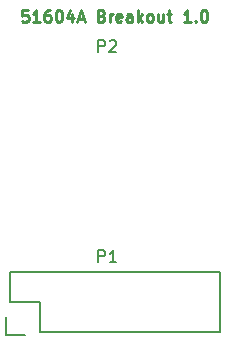
<source format=gbr>
G04 #@! TF.FileFunction,Legend,Top*
%FSLAX46Y46*%
G04 Gerber Fmt 4.6, Leading zero omitted, Abs format (unit mm)*
G04 Created by KiCad (PCBNEW 0.201506122246+5743~23~ubuntu14.04.1-product) date Mon 22 Jun 2015 14:25:25 BST*
%MOMM*%
G01*
G04 APERTURE LIST*
%ADD10C,0.100000*%
%ADD11C,0.250000*%
%ADD12C,0.150000*%
G04 APERTURE END LIST*
D10*
D11*
X39656666Y-33742381D02*
X39180475Y-33742381D01*
X39132856Y-34218571D01*
X39180475Y-34170952D01*
X39275713Y-34123333D01*
X39513809Y-34123333D01*
X39609047Y-34170952D01*
X39656666Y-34218571D01*
X39704285Y-34313810D01*
X39704285Y-34551905D01*
X39656666Y-34647143D01*
X39609047Y-34694762D01*
X39513809Y-34742381D01*
X39275713Y-34742381D01*
X39180475Y-34694762D01*
X39132856Y-34647143D01*
X40656666Y-34742381D02*
X40085237Y-34742381D01*
X40370951Y-34742381D02*
X40370951Y-33742381D01*
X40275713Y-33885238D01*
X40180475Y-33980476D01*
X40085237Y-34028095D01*
X41513809Y-33742381D02*
X41323332Y-33742381D01*
X41228094Y-33790000D01*
X41180475Y-33837619D01*
X41085237Y-33980476D01*
X41037618Y-34170952D01*
X41037618Y-34551905D01*
X41085237Y-34647143D01*
X41132856Y-34694762D01*
X41228094Y-34742381D01*
X41418571Y-34742381D01*
X41513809Y-34694762D01*
X41561428Y-34647143D01*
X41609047Y-34551905D01*
X41609047Y-34313810D01*
X41561428Y-34218571D01*
X41513809Y-34170952D01*
X41418571Y-34123333D01*
X41228094Y-34123333D01*
X41132856Y-34170952D01*
X41085237Y-34218571D01*
X41037618Y-34313810D01*
X42228094Y-33742381D02*
X42323333Y-33742381D01*
X42418571Y-33790000D01*
X42466190Y-33837619D01*
X42513809Y-33932857D01*
X42561428Y-34123333D01*
X42561428Y-34361429D01*
X42513809Y-34551905D01*
X42466190Y-34647143D01*
X42418571Y-34694762D01*
X42323333Y-34742381D01*
X42228094Y-34742381D01*
X42132856Y-34694762D01*
X42085237Y-34647143D01*
X42037618Y-34551905D01*
X41989999Y-34361429D01*
X41989999Y-34123333D01*
X42037618Y-33932857D01*
X42085237Y-33837619D01*
X42132856Y-33790000D01*
X42228094Y-33742381D01*
X43418571Y-34075714D02*
X43418571Y-34742381D01*
X43180475Y-33694762D02*
X42942380Y-34409048D01*
X43561428Y-34409048D01*
X43894761Y-34456667D02*
X44370952Y-34456667D01*
X43799523Y-34742381D02*
X44132856Y-33742381D01*
X44466190Y-34742381D01*
X45894762Y-34218571D02*
X46037619Y-34266190D01*
X46085238Y-34313810D01*
X46132857Y-34409048D01*
X46132857Y-34551905D01*
X46085238Y-34647143D01*
X46037619Y-34694762D01*
X45942381Y-34742381D01*
X45561428Y-34742381D01*
X45561428Y-33742381D01*
X45894762Y-33742381D01*
X45990000Y-33790000D01*
X46037619Y-33837619D01*
X46085238Y-33932857D01*
X46085238Y-34028095D01*
X46037619Y-34123333D01*
X45990000Y-34170952D01*
X45894762Y-34218571D01*
X45561428Y-34218571D01*
X46561428Y-34742381D02*
X46561428Y-34075714D01*
X46561428Y-34266190D02*
X46609047Y-34170952D01*
X46656666Y-34123333D01*
X46751904Y-34075714D01*
X46847143Y-34075714D01*
X47561429Y-34694762D02*
X47466191Y-34742381D01*
X47275714Y-34742381D01*
X47180476Y-34694762D01*
X47132857Y-34599524D01*
X47132857Y-34218571D01*
X47180476Y-34123333D01*
X47275714Y-34075714D01*
X47466191Y-34075714D01*
X47561429Y-34123333D01*
X47609048Y-34218571D01*
X47609048Y-34313810D01*
X47132857Y-34409048D01*
X48466191Y-34742381D02*
X48466191Y-34218571D01*
X48418572Y-34123333D01*
X48323334Y-34075714D01*
X48132857Y-34075714D01*
X48037619Y-34123333D01*
X48466191Y-34694762D02*
X48370953Y-34742381D01*
X48132857Y-34742381D01*
X48037619Y-34694762D01*
X47990000Y-34599524D01*
X47990000Y-34504286D01*
X48037619Y-34409048D01*
X48132857Y-34361429D01*
X48370953Y-34361429D01*
X48466191Y-34313810D01*
X48942381Y-34742381D02*
X48942381Y-33742381D01*
X49037619Y-34361429D02*
X49323334Y-34742381D01*
X49323334Y-34075714D02*
X48942381Y-34456667D01*
X49894762Y-34742381D02*
X49799524Y-34694762D01*
X49751905Y-34647143D01*
X49704286Y-34551905D01*
X49704286Y-34266190D01*
X49751905Y-34170952D01*
X49799524Y-34123333D01*
X49894762Y-34075714D01*
X50037620Y-34075714D01*
X50132858Y-34123333D01*
X50180477Y-34170952D01*
X50228096Y-34266190D01*
X50228096Y-34551905D01*
X50180477Y-34647143D01*
X50132858Y-34694762D01*
X50037620Y-34742381D01*
X49894762Y-34742381D01*
X51085239Y-34075714D02*
X51085239Y-34742381D01*
X50656667Y-34075714D02*
X50656667Y-34599524D01*
X50704286Y-34694762D01*
X50799524Y-34742381D01*
X50942382Y-34742381D01*
X51037620Y-34694762D01*
X51085239Y-34647143D01*
X51418572Y-34075714D02*
X51799524Y-34075714D01*
X51561429Y-33742381D02*
X51561429Y-34599524D01*
X51609048Y-34694762D01*
X51704286Y-34742381D01*
X51799524Y-34742381D01*
X53418573Y-34742381D02*
X52847144Y-34742381D01*
X53132858Y-34742381D02*
X53132858Y-33742381D01*
X53037620Y-33885238D01*
X52942382Y-33980476D01*
X52847144Y-34028095D01*
X53847144Y-34647143D02*
X53894763Y-34694762D01*
X53847144Y-34742381D01*
X53799525Y-34694762D01*
X53847144Y-34647143D01*
X53847144Y-34742381D01*
X54513810Y-33742381D02*
X54609049Y-33742381D01*
X54704287Y-33790000D01*
X54751906Y-33837619D01*
X54799525Y-33932857D01*
X54847144Y-34123333D01*
X54847144Y-34361429D01*
X54799525Y-34551905D01*
X54751906Y-34647143D01*
X54704287Y-34694762D01*
X54609049Y-34742381D01*
X54513810Y-34742381D01*
X54418572Y-34694762D01*
X54370953Y-34647143D01*
X54323334Y-34551905D01*
X54275715Y-34361429D01*
X54275715Y-34123333D01*
X54323334Y-33932857D01*
X54370953Y-33837619D01*
X54418572Y-33790000D01*
X54513810Y-33742381D01*
D12*
X55880000Y-55880000D02*
X38100000Y-55880000D01*
X40640000Y-60960000D02*
X55880000Y-60960000D01*
X55880000Y-55880000D02*
X55880000Y-60960000D01*
X38100000Y-55880000D02*
X38100000Y-58420000D01*
X37820000Y-59690000D02*
X37820000Y-61240000D01*
X38100000Y-58420000D02*
X40640000Y-58420000D01*
X40640000Y-58420000D02*
X40640000Y-60960000D01*
X37820000Y-61240000D02*
X39370000Y-61240000D01*
X45616905Y-55062381D02*
X45616905Y-54062381D01*
X45997858Y-54062381D01*
X46093096Y-54110000D01*
X46140715Y-54157619D01*
X46188334Y-54252857D01*
X46188334Y-54395714D01*
X46140715Y-54490952D01*
X46093096Y-54538571D01*
X45997858Y-54586190D01*
X45616905Y-54586190D01*
X47140715Y-55062381D02*
X46569286Y-55062381D01*
X46855000Y-55062381D02*
X46855000Y-54062381D01*
X46759762Y-54205238D01*
X46664524Y-54300476D01*
X46569286Y-54348095D01*
X45616905Y-37282381D02*
X45616905Y-36282381D01*
X45997858Y-36282381D01*
X46093096Y-36330000D01*
X46140715Y-36377619D01*
X46188334Y-36472857D01*
X46188334Y-36615714D01*
X46140715Y-36710952D01*
X46093096Y-36758571D01*
X45997858Y-36806190D01*
X45616905Y-36806190D01*
X46569286Y-36377619D02*
X46616905Y-36330000D01*
X46712143Y-36282381D01*
X46950239Y-36282381D01*
X47045477Y-36330000D01*
X47093096Y-36377619D01*
X47140715Y-36472857D01*
X47140715Y-36568095D01*
X47093096Y-36710952D01*
X46521667Y-37282381D01*
X47140715Y-37282381D01*
M02*

</source>
